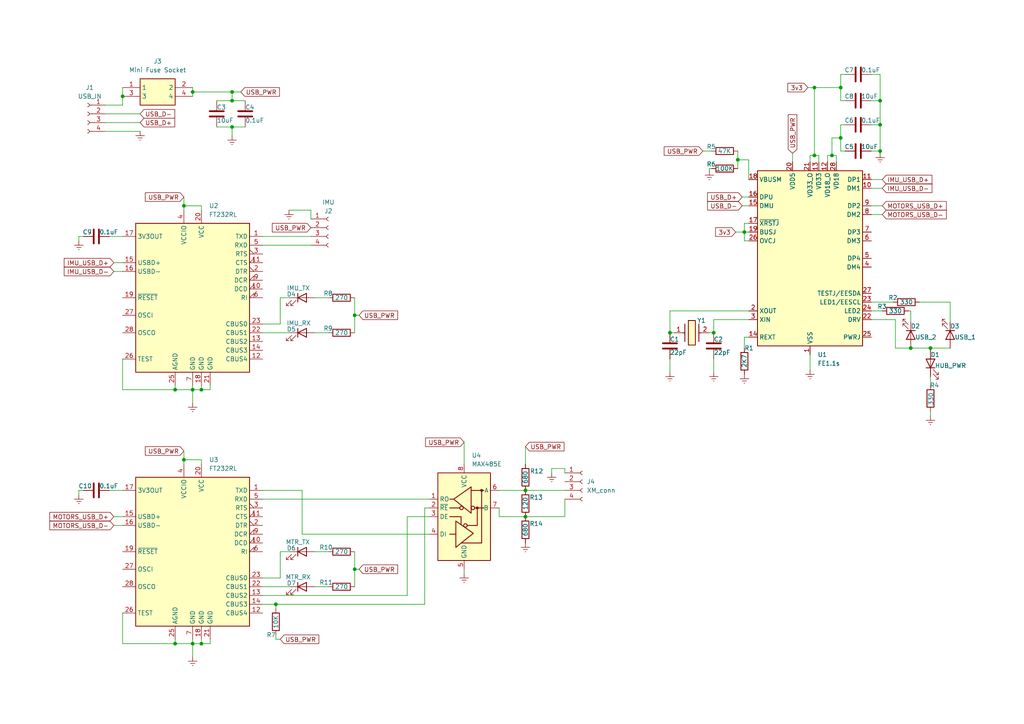
<source format=kicad_sch>
(kicad_sch (version 20231120) (generator "eeschema") (generator_version "8.0")
  (paper "A4")
  (title_block (title "Communication Board for Humanoid Robot"))
  (lib_symbols
    (symbol "Connector:Conn_01x04_Socket" (pin_names (offset 1.016) hide)
      (property "Reference" "J" (at 0 5.08 0))
      (property "Value" "Conn_01x04_Socket" (at 0 -7.62 0))
      (symbol "Conn_01x04_Socket_1_1"
        (arc (start 0 -4.572) (mid -0.5058 -5.08) (end 0 -5.588) (stroke (width 0.1524)))
        (arc (start 0 -2.032) (mid -0.5058 -2.54) (end 0 -3.048) (stroke (width 0.1524)))
        (polyline (pts (xy -1.27 -5.08) (xy -0.508 -5.08)) (stroke (width 0.1524)))
        (polyline (pts (xy -1.27 -2.54) (xy -0.508 -2.54)) (stroke (width 0.1524)))
        (polyline (pts (xy -1.27 0) (xy -0.508 0)) (stroke (width 0.1524)))
        (polyline (pts (xy -1.27 2.54) (xy -0.508 2.54)) (stroke (width 0.1524)))
        (arc (start 0 0.508) (mid -0.5058 0) (end 0 -0.508) (stroke (width 0.1524)))
        (arc (start 0 3.048) (mid -0.5058 2.54) (end 0 2.032) (stroke (width 0.1524)))
        (pin passive line (at -5.08 2.54 0) (length 3.81) (name "Pin_1") (number "1"))
        (pin passive line (at -5.08 0 0) (length 3.81) (name "Pin_2") (number "2"))
        (pin passive line (at -5.08 -2.54 0) (length 3.81) (name "Pin_3") (number "3"))
        (pin passive line (at -5.08 -5.08 0) (length 3.81) (name "Pin_4") (number "4"))
      )
    )
    (symbol "Device:C" (pin_numbers hide) (pin_names (offset 0.254))
      (property "Reference" "C" (at 0.635 2.54 0))
      (property "Value" "C" (at 0.635 -2.54 0))
      (symbol "C_0_1"
        (polyline (pts (xy -2.032 -0.762) (xy 2.032 -0.762)) (stroke (width 0.508)))
        (polyline (pts (xy -2.032 0.762) (xy 2.032 0.762)) (stroke (width 0.508)))
      )
      (symbol "C_1_1"
        (pin passive line (at 0 3.81 270) (length 2.794) (name "~") (number "1"))
        (pin passive line (at 0 -3.81 90) (length 2.794) (name "~") (number "2"))
      )
    )
    (symbol "Device:LED" (pin_numbers hide) (pin_names (offset 1.016) hide)
      (property "Reference" "D" (at 0 2.54 0))
      (property "Value" "LED" (at 0 -2.54 0))
      (symbol "LED_0_1"
        (polyline (pts (xy -1.27 -1.27) (xy -1.27 1.27)) (stroke (width 0.254)))
        (polyline (pts (xy -1.27 0) (xy 1.27 0)))
        (polyline (pts (xy 1.27 -1.27) (xy 1.27 1.27) (xy -1.27 0) (xy 1.27 -1.27)) (stroke (width 0.254)))
        (polyline (pts (xy -3.048 -0.762) (xy -4.572 -2.286) (xy -3.81 -2.286) (xy -4.572 -2.286) (xy -4.572 -1.524)))
        (polyline (pts (xy -1.778 -0.762) (xy -3.302 -2.286) (xy -2.54 -2.286) (xy -3.302 -2.286) (xy -3.302 -1.524)))
      )
      (symbol "LED_1_1"
        (pin passive line (at -3.81 0 0) (length 2.54) (name "K") (number "1"))
        (pin passive line (at 3.81 0 180) (length 2.54) (name "A") (number "2"))
      )
    )
    (symbol "Device:R" (pin_numbers hide) (pin_names (offset 0))
      (property "Reference" "R" (at 2.032 0 90))
      (property "Value" "R" (at 0 0 90))
      (symbol "R_0_1"
        (rectangle (start -1.016 -2.54) (end 1.016 2.54) (stroke (width 0.254)))
      )
      (symbol "R_1_1"
        (pin passive line (at 0 3.81 270) (length 1.27) (name "~") (number "1"))
        (pin passive line (at 0 -3.81 90) (length 1.27) (name "~") (number "2"))
      )
    )
    (symbol "Humanoid:Crystal 12MHz - ECS" (pin_names hide)
      (property "Reference" "Y" (at 8.89 6.35 0))
      (property "Value" "Crystal 12MHz - ECS" (at 8.89 3.81 0))
      (symbol "Crystal 12MHz - ECS_1_1"
        (polyline (pts (xy 3.048 0) (xy 2.54 0)) (stroke (width 0.254)))
        (polyline (pts (xy 3.048 2.54) (xy 3.048 -2.54)) (stroke (width 0.254)))
        (polyline (pts (xy 7.112 0) (xy 7.62 0)) (stroke (width 0.254)))
        (polyline (pts (xy 7.112 2.54) (xy 7.112 -2.54)) (stroke (width 0.254)))
        (rectangle (start 4.064 3.556) (end 6.096 -3.556) (stroke (width 0.254)) (fill (type background)))
        (pin passive line (at 0 0 0) (length 2.54) (name "1") (number "1"))
        (pin passive line (at 10.16 0 180) (length 2.54) (name "2") (number "2"))
      )
    )
    (symbol "Humanoid:Mini_Fuse_Socket"
      (property "Reference" "J" (at 16.51 7.62 0))
      (property "Value" "Mini Fuse Socket" (at 9.652 5.08 0))
      (symbol "Mini_Fuse_Socket_1_1"
        (rectangle (start 5.08 2.54) (end 15.24 -5.08) (stroke (width 0.254)) (fill (type background)))
        (pin passive line (at 0 0 0) (length 5.08) (name "1") (number "1"))
        (pin passive line (at 20.32 0 180) (length 5.08) (name "2") (number "2"))
        (pin passive line (at 0 -2.54 0) (length 5.08) (name "3") (number "3"))
        (pin passive line (at 20.32 -2.54 180) (length 5.08) (name "4") (number "4"))
      )
    )
    (symbol "Humanoid:XM_conn" (pin_names (offset 1.016) hide)
      (property "Reference" "J" (at 0 5.08 0))
      (property "Value" "XM_conn" (at 0 -7.62 0))
      (symbol "XM_conn_1_1"
        (arc (start 0 -4.572) (mid -0.5058 -5.08) (end 0 -5.588) (stroke (width 0.1524)))
        (arc (start 0 -2.032) (mid -0.5058 -2.54) (end 0 -3.048) (stroke (width 0.1524)))
        (polyline (pts (xy -1.27 -5.08) (xy -0.508 -5.08)) (stroke (width 0.1524)))
        (polyline (pts (xy -1.27 -2.54) (xy -0.508 -2.54)) (stroke (width 0.1524)))
        (polyline (pts (xy -1.27 0) (xy -0.508 0)) (stroke (width 0.1524)))
        (polyline (pts (xy -1.27 2.54) (xy -0.508 2.54)) (stroke (width 0.1524)))
        (arc (start 0 0.508) (mid -0.5058 0) (end 0 -0.508) (stroke (width 0.1524)))
        (arc (start 0 3.048) (mid -0.5058 2.54) (end 0 2.032) (stroke (width 0.1524)))
        (pin passive line (at -5.08 2.54 0) (length 3.81) (name "GND") (number "1"))
        (pin passive line (at -5.08 0 0) (length 3.81) (name "VDD") (number "2"))
        (pin passive line (at -5.08 -2.54 0) (length 3.81) (name "D+") (number "3"))
        (pin passive line (at -5.08 -5.08 0) (length 3.81) (name "D-") (number "4"))
      )
    )
    (symbol "Interface_UART:MAX485E"
      (property "Reference" "U" (at -6.985 13.97 0))
      (property "Value" "MAX485E" (at 1.905 13.97 0))
      (symbol "MAX485E_0_1"
        (rectangle (start -7.62 12.7) (end 7.62 -12.7) (stroke (width 0.254)) (fill (type background)))
        (polyline (pts (xy -4.191 2.54) (xy -1.27 2.54)) (stroke (width 0.254)))
        (polyline (pts (xy -2.54 -5.08) (xy -4.191 -5.08)) (stroke (width 0.254)))
        (polyline (pts (xy -0.635 -7.62) (xy 5.08 -7.62)) (stroke (width 0.254)))
        (polyline (pts (xy 0.889 -2.54) (xy 3.81 -2.54)) (stroke (width 0.254)))
        (polyline (pts (xy 2.032 7.62) (xy 5.715 7.62)) (stroke (width 0.254)))
        (polyline (pts (xy 3.048 2.54) (xy 5.715 2.54)) (stroke (width 0.254)))
        (polyline (pts (xy 3.81 -2.54) (xy 3.81 2.54)) (stroke (width 0.254)))
        (polyline (pts (xy 5.08 -7.62) (xy 5.08 7.62)) (stroke (width 0.254)))
        (polyline (pts (xy -4.191 0) (xy -0.889 0) (xy -0.889 -2.286)) (stroke (width 0.254)))
        (polyline (pts (xy -3.175 5.08) (xy -4.191 5.08) (xy -4.064 5.08)) (stroke (width 0.254)))
        (polyline (pts (xy -2.413 -5.08) (xy -2.413 -1.27) (xy 2.667 -4.826) (xy -2.413 -8.89) (xy -2.413 -5.08)) (stroke (width 0.254)))
        (circle (center 0.381 -2.54) (radius 0.508) (stroke (width 0.254)))
        (circle (center 3.81 2.54) (radius 0.2794) (stroke (width 0.254)) (fill (type outline)))
      )
      (symbol "MAX485E_1_1"
        (circle (center -0.762 2.54) (radius 0.508) (stroke (width 0.254)))
        (polyline (pts (xy 2.032 4.826) (xy 2.032 8.636) (xy -3.048 5.08) (xy 2.032 1.016) (xy 2.032 4.826)) (stroke (width 0.254)))
        (circle (center 2.54 2.54) (radius 0.508) (stroke (width 0.254)))
        (circle (center 5.08 7.62) (radius 0.2794) (stroke (width 0.254)) (fill (type outline)))
        (pin output line (at -10.16 5.08 0) (length 2.54) (name "RO") (number "1"))
        (pin input line (at -10.16 2.54 0) (length 2.54) (name "~{RE}") (number "2"))
        (pin input line (at -10.16 0 0) (length 2.54) (name "DE") (number "3"))
        (pin input line (at -10.16 -5.08 0) (length 2.54) (name "DI") (number "4"))
        (pin power_in line (at 0 -15.24 90) (length 2.54) (name "GND") (number "5"))
        (pin bidirectional line (at 10.16 7.62 180) (length 2.54) (name "A") (number "6"))
        (pin bidirectional line (at 10.16 2.54 180) (length 2.54) (name "B") (number "7"))
        (pin power_in line (at 0 15.24 270) (length 2.54) (name "VCC") (number "8"))
      )
    )
    (symbol "Interface_USB:FE1.1s"
      (property "Reference" "U" (at -11.43 26.67 0))
      (property "Value" "FE1.1s" (at 12.7 27.94 0))
      (symbol "FE1.1s_0_1"
        (rectangle (start -15.24 25.4) (end 15.24 -25.4) (stroke (width 0.254)) (fill (type background)))
      )
      (symbol "FE1.1s_1_1"
        (pin power_in line (at 0 -27.94 90) (length 2.54) (name "VSS") (number "1"))
        (pin bidirectional line (at 17.78 20.32 180) (length 2.54) (name "DM1") (number "10"))
        (pin bidirectional line (at 17.78 22.86 180) (length 2.54) (name "DP1") (number "11"))
        (pin power_out line (at 5.08 27.94 270) (length 2.54) (name "VD18_O") (number "12"))
        (pin power_in line (at 2.54 27.94 270) (length 2.54) (name "VD33") (number "13"))
        (pin passive line (at -17.78 -22.86 0) (length 2.54) (name "REXT") (number "14"))
        (pin bidirectional line (at -17.78 15.24 0) (length 2.54) (name "DMU") (number "15"))
        (pin bidirectional line (at -17.78 17.78 0) (length 2.54) (name "DPU") (number "16"))
        (pin input line (at -17.78 10.16 0) (length 2.54) (name "~{XRSTJ}") (number "17"))
        (pin input line (at -17.78 22.86 0) (length 2.54) (name "VBUSM") (number "18"))
        (pin input line (at -17.78 7.62 0) (length 2.54) (name "BUSJ") (number "19"))
        (pin output line (at -17.78 -15.24 0) (length 2.54) (name "XOUT") (number "2"))
        (pin power_in line (at -5.08 27.94 270) (length 2.54) (name "VDD5") (number "20"))
        (pin power_out line (at 0 27.94 270) (length 2.54) (name "VD33_O") (number "21"))
        (pin bidirectional line (at 17.78 -17.78 180) (length 2.54) (name "DRV") (number "22"))
        (pin bidirectional line (at 17.78 -12.7 180) (length 2.54) (name "LED1/EESCL") (number "23"))
        (pin bidirectional line (at 17.78 -15.24 180) (length 2.54) (name "LED2") (number "24"))
        (pin output line (at 17.78 -22.86 180) (length 2.54) (name "PWRJ") (number "25"))
        (pin input line (at -17.78 5.08 0) (length 2.54) (name "OVCJ") (number "26"))
        (pin bidirectional line (at 17.78 -10.16 180) (length 2.54) (name "TESTJ/EESDA") (number "27"))
        (pin power_in line (at 7.62 27.94 270) (length 2.54) (name "VD18") (number "28"))
        (pin input line (at -17.78 -17.78 0) (length 2.54) (name "XIN") (number "3"))
        (pin bidirectional line (at 17.78 -2.54 180) (length 2.54) (name "DM4") (number "4"))
        (pin bidirectional line (at 17.78 0 180) (length 2.54) (name "DP4") (number "5"))
        (pin bidirectional line (at 17.78 5.08 180) (length 2.54) (name "DM3") (number "6"))
        (pin bidirectional line (at 17.78 7.62 180) (length 2.54) (name "DP3") (number "7"))
        (pin bidirectional line (at 17.78 12.7 180) (length 2.54) (name "DM2") (number "8"))
        (pin bidirectional line (at 17.78 15.24 180) (length 2.54) (name "DP2") (number "9"))
      )
    )
    (symbol "Interface_USB:FT232RL"
      (property "Reference" "U" (at -16.51 22.86 0))
      (property "Value" "FT232RL" (at 10.16 22.86 0))
      (symbol "FT232RL_0_1"
        (rectangle (start -16.51 21.59) (end 16.51 -21.59) (stroke (width 0.254)) (fill (type background)))
      )
      (symbol "FT232RL_1_1"
        (pin output line (at 20.32 17.78 180) (length 3.81) (name "TXD") (number "1"))
        (pin input input_low (at 20.32 2.54 180) (length 3.81) (name "DCD") (number "10"))
        (pin input input_low (at 20.32 10.16 180) (length 3.81) (name "CTS") (number "11"))
        (pin bidirectional line (at 20.32 -17.78 180) (length 3.81) (name "CBUS4") (number "12"))
        (pin bidirectional line (at 20.32 -12.7 180) (length 3.81) (name "CBUS2") (number "13"))
        (pin bidirectional line (at 20.32 -15.24 180) (length 3.81) (name "CBUS3") (number "14"))
        (pin bidirectional line (at -20.32 10.16 0) (length 3.81) (name "USBD+") (number "15"))
        (pin bidirectional line (at -20.32 7.62 0) (length 3.81) (name "USBD-") (number "16"))
        (pin power_out line (at -20.32 17.78 0) (length 3.81) (name "3V3OUT") (number "17"))
        (pin power_in line (at 2.54 -25.4 90) (length 3.81) (name "GND") (number "18"))
        (pin input line (at -20.32 0 0) (length 3.81) (name "~{RESET}") (number "19"))
        (pin output output_low (at 20.32 7.62 180) (length 3.81) (name "DTR") (number "2"))
        (pin power_in line (at 2.54 25.4 270) (length 3.81) (name "VCC") (number "20"))
        (pin power_in line (at 5.08 -25.4 90) (length 3.81) (name "GND") (number "21"))
        (pin bidirectional line (at 20.32 -10.16 180) (length 3.81) (name "CBUS1") (number "22"))
        (pin bidirectional line (at 20.32 -7.62 180) (length 3.81) (name "CBUS0") (number "23"))
        (pin power_in line (at -5.08 -25.4 90) (length 3.81) (name "AGND") (number "25"))
        (pin input line (at -20.32 -17.78 0) (length 3.81) (name "TEST") (number "26"))
        (pin input line (at -20.32 -5.08 0) (length 3.81) (name "OSCI") (number "27"))
        (pin output line (at -20.32 -10.16 0) (length 3.81) (name "OSCO") (number "28"))
        (pin output output_low (at 20.32 12.7 180) (length 3.81) (name "RTS") (number "3"))
        (pin power_in line (at -2.54 25.4 270) (length 3.81) (name "VCCIO") (number "4"))
        (pin input line (at 20.32 15.24 180) (length 3.81) (name "RXD") (number "5"))
        (pin input input_low (at 20.32 0 180) (length 3.81) (name "RI") (number "6"))
        (pin power_in line (at 0 -25.4 90) (length 3.81) (name "GND") (number "7"))
        (pin input input_low (at 20.32 5.08 180) (length 3.81) (name "DCR") (number "9"))
      )
    )
    (symbol "power:GNDREF" (power) (pin_names (offset 0))
      (property "Value" "GNDREF" (at 0 -3.81 0))
      (symbol "GNDREF_0_1"
        (polyline (pts (xy -0.635 -1.905) (xy 0.635 -1.905)))
        (polyline (pts (xy -0.127 -2.54) (xy 0.127 -2.54)))
        (polyline (pts (xy 0 -1.27) (xy 0 0)))
        (polyline (pts (xy 1.27 -1.27) (xy -1.27 -1.27)))
      )
      (symbol "GNDREF_1_1"
        (pin power_in line (at 0 0 270) (length 0) hide (name "GNDREF") (number "1"))
      )
    )
  )
  (junction (at 194.31 96.52))
  (junction (at 50.8 186.69))
  (junction (at 269.875 100.965))
  (junction (at 53.34 133.35))
  (junction (at 102.87 165.1))
  (junction (at 58.42 186.69))
  (junction (at 207.01 96.52))
  (junction (at 255.27 43.815))
  (junction (at 55.88 113.03))
  (junction (at 55.88 186.69))
  (junction (at 243.84 25.4))
  (junction (at 35.56 27.94))
  (junction (at 102.87 91.44))
  (junction (at 243.84 40.005))
  (junction (at 236.22 25.4))
  (junction (at 241.3 45.085))
  (junction (at 80.01 175.26))
  (junction (at 255.27 29.21))
  (junction (at 215.9 67.31))
  (junction (at 255.27 36.195))
  (junction (at 55.88 26.67))
  (junction (at 264.16 100.965))
  (junction (at 50.8 113.03))
  (junction (at 213.995 46.355))
  (junction (at 236.22 45.085))
  (junction (at 67.31 36.83))
  (junction (at 67.31 26.67))
  (junction (at 53.34 59.69))
  (junction (at 152.4 149.86))
  (junction (at 58.42 113.03))
  (junction (at 67.31 29.21))
  (junction (at 152.4 142.24))
  (wire (pts (xy 50.8 186.69) (xy 55.88 186.69)))
  (wire (pts (xy 67.31 26.67) (xy 67.31 29.21)))
  (wire (pts (xy 118.11 172.72) (xy 118.11 149.86)))
  (wire (pts (xy 255.27 43.815) (xy 252.73 43.815)))
  (wire (pts (xy 95.25 160.02) (xy 91.44 160.02)))
  (wire (pts (xy 60.96 111.76) (xy 60.96 113.03)))
  (wire (pts (xy 102.87 91.44) (xy 102.87 86.36)))
  (wire (pts (xy 163.83 135.89) (xy 160.02 135.89)))
  (wire (pts (xy 207.01 107.95) (xy 207.01 104.14)))
  (wire (pts (xy 53.34 57.15) (xy 53.34 59.69)))
  (wire (pts (xy 163.83 137.16) (xy 163.83 135.89)))
  (wire (pts (xy 237.49 45.085) (xy 237.49 46.99)))
  (wire (pts (xy 76.2 172.72) (xy 118.11 172.72)))
  (wire (pts (xy 33.02 152.4) (xy 35.56 152.4)))
  (wire (pts (xy 60.96 186.69) (xy 58.42 186.69)))
  (wire (pts (xy 76.2 175.26) (xy 80.01 175.26)))
  (wire (pts (xy 80.01 185.42) (xy 80.01 184.15)))
  (wire (pts (xy 144.78 142.24) (xy 152.4 142.24)))
  (wire (pts (xy 215.9 64.77) (xy 215.9 67.31)))
  (wire (pts (xy 31.75 142.24) (xy 35.56 142.24)))
  (wire (pts (xy 243.84 21.59) (xy 243.84 25.4)))
  (wire (pts (xy 35.56 27.94) (xy 35.56 30.48)))
  (wire (pts (xy 55.88 25.4) (xy 55.88 26.67)))
  (wire (pts (xy 62.865 29.21) (xy 67.31 29.21)))
  (wire (pts (xy 163.83 149.86) (xy 163.83 144.78)))
  (wire (pts (xy 243.84 40.005) (xy 243.84 43.815)))
  (wire (pts (xy 87.63 142.24) (xy 87.63 154.94)))
  (wire (pts (xy 215.265 59.69) (xy 217.17 59.69)))
  (wire (pts (xy 255.905 54.61) (xy 252.73 54.61)))
  (wire (pts (xy 95.25 170.18) (xy 91.44 170.18)))
  (wire (pts (xy 217.17 97.79) (xy 215.9 97.79)))
  (wire (pts (xy 234.315 25.4) (xy 236.22 25.4)))
  (wire (pts (xy 269.875 109.22) (xy 269.875 111.76)))
  (wire (pts (xy 24.13 68.58) (xy 22.86 68.58)))
  (wire (pts (xy 76.2 142.24) (xy 87.63 142.24)))
  (wire (pts (xy 229.87 46.99) (xy 229.87 44.45)))
  (wire (pts (xy 207.01 92.71) (xy 207.01 96.52)))
  (wire (pts (xy 55.88 186.69) (xy 58.42 186.69)))
  (wire (pts (xy 30.48 30.48) (xy 35.56 30.48)))
  (wire (pts (xy 255.27 21.59) (xy 255.27 29.21)))
  (wire (pts (xy 243.84 21.59) (xy 245.11 21.59)))
  (wire (pts (xy 264.16 100.965) (xy 269.875 100.965)))
  (wire (pts (xy 266.7 87.63) (xy 275.59 87.63)))
  (wire (pts (xy 269.875 120.65) (xy 269.875 119.38)))
  (wire (pts (xy 35.56 177.8) (xy 35.56 186.69)))
  (wire (pts (xy 76.2 170.18) (xy 83.82 170.18)))
  (wire (pts (xy 95.25 96.52) (xy 91.44 96.52)))
  (wire (pts (xy 144.78 149.86) (xy 152.4 149.86)))
  (wire (pts (xy 60.96 185.42) (xy 60.96 186.69)))
  (wire (pts (xy 215.9 67.31) (xy 217.17 67.31)))
  (wire (pts (xy 255.27 21.59) (xy 252.73 21.59)))
  (wire (pts (xy 33.02 149.86) (xy 35.56 149.86)))
  (wire (pts (xy 243.84 43.815) (xy 245.11 43.815)))
  (wire (pts (xy 205.74 48.895) (xy 206.375 48.895)))
  (wire (pts (xy 53.34 130.81) (xy 53.34 133.35)))
  (wire (pts (xy 243.84 25.4) (xy 243.84 29.21)))
  (wire (pts (xy 69.85 26.67) (xy 67.31 26.67)))
  (wire (pts (xy 55.88 186.69) (xy 55.88 190.5)))
  (wire (pts (xy 22.86 142.24) (xy 22.86 143.51)))
  (wire (pts (xy 35.56 104.14) (xy 35.56 113.03)))
  (wire (pts (xy 240.03 45.085) (xy 241.3 45.085)))
  (wire (pts (xy 255.27 36.195) (xy 255.27 43.815)))
  (wire (pts (xy 95.25 86.36) (xy 91.44 86.36)))
  (wire (pts (xy 50.8 185.42) (xy 50.8 186.69)))
  (wire (pts (xy 241.3 45.085) (xy 242.57 45.085)))
  (wire (pts (xy 152.4 142.24) (xy 163.83 142.24)))
  (wire (pts (xy 243.84 36.195) (xy 243.84 40.005)))
  (wire (pts (xy 33.02 76.2) (xy 35.56 76.2)))
  (wire (pts (xy 58.42 111.76) (xy 58.42 113.03)))
  (wire (pts (xy 275.59 87.63) (xy 275.59 93.345)))
  (wire (pts (xy 255.27 44.45) (xy 255.27 43.815)))
  (wire (pts (xy 67.31 36.83) (xy 71.12 36.83)))
  (wire (pts (xy 134.62 128.27) (xy 134.62 134.62)))
  (wire (pts (xy 242.57 45.085) (xy 242.57 46.99)))
  (wire (pts (xy 234.95 45.085) (xy 236.22 45.085)))
  (wire (pts (xy 264.16 90.17) (xy 263.525 90.17)))
  (wire (pts (xy 259.715 100.965) (xy 264.16 100.965)))
  (wire (pts (xy 55.88 113.03) (xy 55.88 116.84)))
  (wire (pts (xy 234.95 102.87) (xy 234.95 107.315)))
  (wire (pts (xy 123.19 175.26) (xy 123.19 147.32)))
  (wire (pts (xy 217.17 46.355) (xy 217.17 52.07)))
  (wire (pts (xy 215.9 67.31) (xy 215.9 69.85)))
  (wire (pts (xy 58.42 59.69) (xy 53.34 59.69)))
  (wire (pts (xy 252.73 62.23) (xy 255.905 62.23)))
  (wire (pts (xy 213.36 67.31) (xy 215.9 67.31)))
  (wire (pts (xy 58.42 185.42) (xy 58.42 186.69)))
  (wire (pts (xy 194.31 90.17) (xy 217.17 90.17)))
  (wire (pts (xy 83.82 160.02) (xy 81.28 160.02)))
  (wire (pts (xy 252.73 59.69) (xy 255.905 59.69)))
  (wire (pts (xy 90.17 60.96) (xy 83.82 60.96)))
  (wire (pts (xy 194.31 90.17) (xy 194.31 96.52)))
  (wire (pts (xy 55.88 186.69) (xy 55.88 185.42)))
  (wire (pts (xy 236.22 25.4) (xy 243.84 25.4)))
  (wire (pts (xy 203.835 43.815) (xy 206.375 43.815)))
  (wire (pts (xy 144.78 149.86) (xy 144.78 147.32)))
  (wire (pts (xy 40.64 35.56) (xy 30.48 35.56)))
  (wire (pts (xy 118.11 149.86) (xy 124.46 149.86)))
  (wire (pts (xy 35.56 25.4) (xy 35.56 27.94)))
  (wire (pts (xy 215.9 69.85) (xy 217.17 69.85)))
  (wire (pts (xy 55.88 113.03) (xy 55.88 111.76)))
  (wire (pts (xy 123.19 147.32) (xy 124.46 147.32)))
  (wire (pts (xy 215.265 57.15) (xy 217.17 57.15)))
  (wire (pts (xy 252.73 92.71) (xy 259.715 92.71)))
  (wire (pts (xy 58.42 60.96) (xy 58.42 59.69)))
  (wire (pts (xy 207.01 96.52) (xy 205.74 96.52)))
  (wire (pts (xy 160.02 135.89) (xy 160.02 137.16)))
  (wire (pts (xy 205.74 49.53) (xy 205.74 48.895)))
  (wire (pts (xy 81.28 93.98) (xy 76.2 93.98)))
  (wire (pts (xy 213.995 46.355) (xy 217.17 46.355)))
  (wire (pts (xy 53.34 59.69) (xy 53.34 60.96)))
  (wire (pts (xy 102.87 165.1) (xy 102.87 170.18)))
  (wire (pts (xy 236.22 45.085) (xy 237.49 45.085)))
  (wire (pts (xy 76.2 144.78) (xy 124.46 144.78)))
  (wire (pts (xy 152.4 129.54) (xy 152.4 134.62)))
  (wire (pts (xy 255.905 90.17) (xy 252.73 90.17)))
  (wire (pts (xy 24.13 142.24) (xy 22.86 142.24)))
  (wire (pts (xy 80.01 176.53) (xy 80.01 175.26)))
  (wire (pts (xy 81.28 160.02) (xy 81.28 167.64)))
  (wire (pts (xy 67.31 29.21) (xy 71.12 29.21)))
  (wire (pts (xy 213.995 46.355) (xy 213.995 43.815)))
  (wire (pts (xy 76.2 96.52) (xy 83.82 96.52)))
  (wire (pts (xy 55.88 26.67) (xy 55.88 27.94)))
  (wire (pts (xy 243.84 29.21) (xy 245.11 29.21)))
  (wire (pts (xy 264.16 93.345) (xy 264.16 90.17)))
  (wire (pts (xy 62.865 36.83) (xy 67.31 36.83)))
  (wire (pts (xy 152.4 149.86) (xy 163.83 149.86)))
  (wire (pts (xy 213.995 48.895) (xy 213.995 46.355)))
  (wire (pts (xy 243.84 36.195) (xy 245.11 36.195)))
  (wire (pts (xy 83.82 86.36) (xy 81.28 86.36)))
  (wire (pts (xy 102.87 165.1) (xy 102.87 160.02)))
  (wire (pts (xy 58.42 134.62) (xy 58.42 133.35)))
  (wire (pts (xy 76.2 68.58) (xy 90.17 68.58)))
  (wire (pts (xy 194.31 96.52) (xy 195.58 96.52)))
  (wire (pts (xy 55.88 113.03) (xy 58.42 113.03)))
  (wire (pts (xy 58.42 133.35) (xy 53.34 133.35)))
  (wire (pts (xy 60.96 113.03) (xy 58.42 113.03)))
  (wire (pts (xy 255.27 29.21) (xy 252.73 29.21)))
  (wire (pts (xy 50.8 113.03) (xy 55.88 113.03)))
  (wire (pts (xy 234.95 46.99) (xy 234.95 45.085)))
  (wire (pts (xy 55.88 26.67) (xy 67.31 26.67)))
  (wire (pts (xy 217.17 64.77) (xy 215.9 64.77)))
  (wire (pts (xy 40.64 38.1) (xy 30.48 38.1)))
  (wire (pts (xy 259.715 92.71) (xy 259.715 100.965)))
  (wire (pts (xy 241.3 45.085) (xy 241.3 40.005)))
  (wire (pts (xy 35.56 113.03) (xy 50.8 113.03)))
  (wire (pts (xy 80.01 175.26) (xy 123.19 175.26)))
  (wire (pts (xy 76.2 71.12) (xy 90.17 71.12)))
  (wire (pts (xy 22.86 68.58) (xy 22.86 69.85)))
  (wire (pts (xy 104.14 91.44) (xy 102.87 91.44)))
  (wire (pts (xy 207.01 92.71) (xy 217.17 92.71)))
  (wire (pts (xy 81.28 185.42) (xy 80.01 185.42)))
  (wire (pts (xy 67.31 39.37) (xy 67.31 36.83)))
  (wire (pts (xy 35.56 186.69) (xy 50.8 186.69)))
  (wire (pts (xy 40.64 33.02) (xy 30.48 33.02)))
  (wire (pts (xy 241.3 40.005) (xy 243.84 40.005)))
  (wire (pts (xy 53.34 133.35) (xy 53.34 134.62)))
  (wire (pts (xy 255.27 29.21) (xy 255.27 36.195)))
  (wire (pts (xy 215.9 97.79) (xy 215.9 100.965)))
  (wire (pts (xy 194.31 107.95) (xy 194.31 104.14)))
  (wire (pts (xy 104.14 165.1) (xy 102.87 165.1)))
  (wire (pts (xy 236.22 25.4) (xy 236.22 45.085)))
  (wire (pts (xy 81.28 86.36) (xy 81.28 93.98)))
  (wire (pts (xy 50.8 111.76) (xy 50.8 113.03)))
  (wire (pts (xy 269.875 100.965) (xy 269.875 101.6)))
  (wire (pts (xy 33.02 78.74) (xy 35.56 78.74)))
  (wire (pts (xy 87.63 154.94) (xy 124.46 154.94)))
  (wire (pts (xy 255.27 36.195) (xy 252.73 36.195)))
  (wire (pts (xy 255.905 52.07) (xy 252.73 52.07)))
  (wire (pts (xy 90.17 60.96) (xy 90.17 63.5)))
  (wire (pts (xy 134.62 165.1) (xy 134.62 166.37)))
  (wire (pts (xy 31.75 68.58) (xy 35.56 68.58)))
  (wire (pts (xy 240.03 46.99) (xy 240.03 45.085)))
  (wire (pts (xy 81.28 167.64) (xy 76.2 167.64)))
  (wire (pts (xy 102.87 91.44) (xy 102.87 96.52)))
  (wire (pts (xy 269.875 100.965) (xy 275.59 100.965)))
  (wire (pts (xy 259.08 87.63) (xy 252.73 87.63)))
  (global_label "3v3" (shape input) (at 234.315 25.4 180) (property "Intersheetrefs" "${INTERSHEET_REFS}" (effects (hide yes))))
  (global_label "USB_PWR" (shape input) (at 229.87 44.45 90) (property "Intersheetrefs" "${INTERSHEET_REFS}" (effects (hide yes))))
  (global_label "USB_PWR" (shape input) (at 81.28 185.42 0) (property "Intersheetrefs" "${INTERSHEET_REFS}" (effects (hide yes))))
  (global_label "USB_PWR" (shape input) (at 104.14 165.1 0) (property "Intersheetrefs" "${INTERSHEET_REFS}" (effects (hide yes))))
  (global_label "USB_PWR" (shape input) (at 53.34 57.15 180) (property "Intersheetrefs" "${INTERSHEET_REFS}" (effects (hide yes))))
  (global_label "IMU_USB_D+" (shape input) (at 255.905 52.07 0) (property "Intersheetrefs" "${INTERSHEET_REFS}" (effects (hide yes))))
  (global_label "USB_PWR" (shape input) (at 53.34 130.81 180) (property "Intersheetrefs" "${INTERSHEET_REFS}" (effects (hide yes))))
  (global_label "USB_PWR" (shape input) (at 90.17 66.04 180) (property "Intersheetrefs" "${INTERSHEET_REFS}" (effects (hide yes))))
  (global_label "IMU_USB_D-" (shape input) (at 33.02 78.74 180) (property "Intersheetrefs" "${INTERSHEET_REFS}" (effects (hide yes))))
  (global_label "MOTORS_USB_D-" (shape input) (at 33.02 152.4 180) (property "Intersheetrefs" "${INTERSHEET_REFS}" (effects (hide yes))))
  (global_label "USB_D+" (shape input) (at 215.265 57.15 180) (property "Intersheetrefs" "${INTERSHEET_REFS}" (effects (hide yes))))
  (global_label "MOTORS_USB_D+" (shape input) (at 33.02 149.86 180) (property "Intersheetrefs" "${INTERSHEET_REFS}" (effects (hide yes))))
  (global_label "IMU_USB_D+" (shape input) (at 33.02 76.2 180) (property "Intersheetrefs" "${INTERSHEET_REFS}" (effects (hide yes))))
  (global_label "USB_D-" (shape input) (at 215.265 59.69 180) (property "Intersheetrefs" "${INTERSHEET_REFS}" (effects (hide yes))))
  (global_label "USB_PWR" (shape input) (at 69.85 26.67 0) (property "Intersheetrefs" "${INTERSHEET_REFS}" (effects (hide yes))))
  (global_label "USB_PWR" (shape input) (at 134.62 128.27 180) (property "Intersheetrefs" "${INTERSHEET_REFS}" (effects (hide yes))))
  (global_label "IMU_USB_D-" (shape input) (at 255.905 54.61 0) (property "Intersheetrefs" "${INTERSHEET_REFS}" (effects (hide yes))))
  (global_label "USB_PWR" (shape input) (at 152.4 129.54 0) (property "Intersheetrefs" "${INTERSHEET_REFS}" (effects (hide yes))))
  (global_label "3v3" (shape input) (at 213.36 67.31 180) (property "Intersheetrefs" "${INTERSHEET_REFS}" (effects (hide yes))))
  (global_label "USB_PWR" (shape input) (at 104.14 91.44 0) (property "Intersheetrefs" "${INTERSHEET_REFS}" (effects (hide yes))))
  (global_label "USB_D-" (shape input) (at 40.64 33.02 0) (property "Intersheetrefs" "${INTERSHEET_REFS}" (effects (hide yes))))
  (global_label "USB_D+" (shape input) (at 40.64 35.56 0) (property "Intersheetrefs" "${INTERSHEET_REFS}" (effects (hide yes))))
  (global_label "MOTORS_USB_D-" (shape input) (at 255.905 62.23 0) (property "Intersheetrefs" "${INTERSHEET_REFS}" (effects (hide yes))))
  (global_label "USB_PWR" (shape input) (at 203.835 43.815 180) (property "Intersheetrefs" "${INTERSHEET_REFS}" (effects (hide yes))))
  (global_label "MOTORS_USB_D+" (shape input) (at 255.905 59.69 0) (property "Intersheetrefs" "${INTERSHEET_REFS}" (effects (hide yes))))
  (symbol (lib_id "power:GNDREF") (at 269.875 120.65 0) (unit 1)
    (property "Reference" "#PWR04" (effects (hide yes)))
    (property "Value" "GNDREF" (effects (hide yes)))
  )
  (symbol (lib_id "power:GNDREF") (at 83.82 60.96 0) (unit 1)
    (property "Reference" "#PWR012" (effects (hide yes)))
    (property "Value" "GNDREF" (effects (hide yes)))
  )
  (symbol (lib_id "Device:R") (at 210.185 48.895 90) (unit 1)
    (property "Reference" "R6" (at 207.645 47.625 90) (effects (justify left)))
    (property "Value" "100K" (at 212.725 48.895 90) (effects (justify left)))
    (property "Footprint" "Resistor_SMD:R_1206_3216Metric" (effects (hide yes)))
  )
  (symbol (lib_id "power:GNDREF") (at 234.95 107.315 0) (unit 1)
    (property "Reference" "#PWR06" (effects (hide yes)))
    (property "Value" "GNDREF" (effects (hide yes)))
  )
  (symbol (lib_id "Device:C") (at 248.92 36.195 90) (unit 1)
    (property "Reference" "C6" (at 247.65 34.925 90) (effects (justify left)))
    (property "Value" "0.1uF" (at 255.27 34.925 90) (effects (justify left)))
    (property "Footprint" "Capacitor_SMD:C_1206_3216Metric" (effects (hide yes)))
  )
  (symbol (lib_id "Humanoid:Crystal 12MHz - ECS") (at 195.58 96.52 0) (unit 1)
    (property "Reference" "Y1" (at 203.454 92.964 0))
    (property "Value" "Crystal 12MHz - ECS" (effects (hide yes)))
    (property "Footprint" "Humanoid:Crystal 12MHz - ECS" (effects (hide yes)))
    (property "Datasheet" "https://ecsxtal.com/store/pdf/csm-7x.pdf" (effects (hide yes)))
    (property "Description" "Crystals 12.000 MHz 18 pF CSM-7X +/-30/30 ppm -20 - +70C RoHS" (effects (hide yes)))
    (property "Height" "4.3" (effects (hide yes)))
    (property "Mouser Part Number" "520-120-18-5PX-GM-TR" (effects (hide yes)))
    (property "Mouser Price/Stock" "https://www.mouser.co.uk/ProductDetail/ECS/ECS-120-18-5PX-GM-TR?qs=amGC7iS6iy%2FeOmvAdhyMAA%3D%3D" (effects (hide yes)))
    (property "Manufacturer_Name" "ECS" (effects (hide yes)))
    (property "Manufacturer_Part_Number" "ECS-120-18-5PX-GM-TR" (effects (hide yes)))
  )
  (symbol (lib_id "Device:C") (at 27.94 68.58 90) (unit 1)
    (property "Reference" "C9" (at 26.67 67.31 90) (effects (justify left)))
    (property "Value" "0.1uF" (at 34.29 67.31 90) (effects (justify left)))
    (property "Footprint" "Capacitor_SMD:C_1206_3216Metric" (effects (hide yes)))
  )
  (symbol (lib_id "Device:LED") (at 87.63 170.18 0) (unit 1)
    (property "Reference" "D7" (at 85.852 169.164 0) (effects (justify right)))
    (property "Value" "MTR_RX" (at 90.17 167.386 0) (effects (justify right)))
    (property "Footprint" "LED_SMD:LED_1206_3216Metric_Pad1.42x1.75mm_HandSolder" (effects (hide yes)))
  )
  (symbol (lib_id "Device:LED") (at 264.16 97.155 270) (unit 1)
    (property "Reference" "D2" (at 264.16 94.615 90) (effects (justify left)))
    (property "Value" "USB_2" (at 265.43 97.79 90) (effects (justify left)))
    (property "Footprint" "LED_SMD:LED_1206_3216Metric_Pad1.42x1.75mm_HandSolder" (effects (hide yes)))
  )
  (symbol (lib_id "Device:R") (at 99.06 86.36 90) (unit 1)
    (property "Reference" "R8" (at 96.52 85.09 90) (effects (justify left)))
    (property "Value" "270" (at 99.06 86.36 90))
    (property "Footprint" "Resistor_SMD:R_1206_3216Metric" (effects (hide yes)))
  )
  (symbol (lib_id "Interface_USB:FT232RL") (at 55.88 160.02 0) (unit 1)
    (property "Reference" "U3" (at 60.6141 133.35 0) (effects (justify left)))
    (property "Value" "FT232RL" (at 60.6141 135.89 0) (effects (justify left)))
    (property "Footprint" "Package_SO:SSOP-28_5.3x10.2mm_P0.65mm" (effects (hide yes)))
    (property "Datasheet" "https://www.ftdichip.com/Support/Documents/DataSheets/ICs/DS_FT232R.pdf" (effects (hide yes)))
    (property "Description" "USB to Serial Interface, SSOP-28" (effects (hide yes)))
  )
  (symbol (lib_id "Device:C") (at 207.01 100.33 0) (unit 1)
    (property "Reference" "C2" (at 207.01 98.425 0) (effects (justify left)))
    (property "Value" "22pF" (at 207.01 102.235 0) (effects (justify left)))
    (property "Footprint" "Capacitor_SMD:C_1206_3216Metric" (effects (hide yes)))
  )
  (symbol (lib_id "power:GNDREF") (at 160.02 137.16 0) (unit 1)
    (property "Reference" "#PWR016" (effects (hide yes)))
    (property "Value" "GNDREF" (effects (hide yes)))
  )
  (symbol (lib_id "Device:R") (at 210.185 43.815 90) (unit 1)
    (property "Reference" "R5" (at 207.645 42.545 90) (effects (justify left)))
    (property "Value" "47K" (at 212.09 43.815 90) (effects (justify left)))
    (property "Footprint" "Resistor_SMD:R_1206_3216Metric" (effects (hide yes)))
  )
  (symbol (lib_id "power:GNDREF") (at 22.86 143.51 0) (unit 1)
    (property "Reference" "#PWR013" (effects (hide yes)))
    (property "Value" "GNDREF" (effects (hide yes)))
  )
  (symbol (lib_id "power:GNDREF") (at 207.01 107.95 0) (unit 1)
    (property "Reference" "#PWR02" (effects (hide yes)))
    (property "Value" "GNDREF" (effects (hide yes)))
  )
  (symbol (lib_id "power:GNDREF") (at 255.27 44.45 0) (unit 1)
    (property "Reference" "#PWR09" (effects (hide yes)))
    (property "Value" "GNDREF" (effects (hide yes)))
  )
  (symbol (lib_id "Device:R") (at 152.4 138.43 0) (unit 1)
    (property "Reference" "R12" (at 153.67 136.652 0) (effects (justify left)))
    (property "Value" "680" (at 152.4 138.43 90))
    (property "Footprint" "Resistor_SMD:R_1206_3216Metric" (effects (hide yes)))
  )
  (symbol (lib_id "Device:C") (at 62.865 33.02 0) (unit 1)
    (property "Reference" "C3" (at 62.865 31.115 0) (effects (justify left)))
    (property "Value" "10uF" (at 62.865 34.925 0) (effects (justify left)))
    (property "Footprint" "Capacitor_SMD:C_1206_3216Metric" (effects (hide yes)))
  )
  (symbol (lib_id "power:GNDREF") (at 215.9 108.585 0) (unit 1)
    (property "Reference" "#PWR01" (effects (hide yes)))
    (property "Value" "GNDREF" (effects (hide yes)))
  )
  (symbol (lib_id "Device:R") (at 262.89 87.63 90) (unit 1)
    (property "Reference" "R2" (at 260.35 86.36 90) (effects (justify left)))
    (property "Value" "330" (at 262.89 87.63 90))
    (property "Footprint" "Resistor_SMD:R_1206_3216Metric" (effects (hide yes)))
  )
  (symbol (lib_id "power:GNDREF") (at 205.74 49.53 0) (unit 1)
    (property "Reference" "#PWR08" (effects (hide yes)))
    (property "Value" "GNDREF" (effects (hide yes)))
  )
  (symbol (lib_id "Interface_UART:MAX485E") (at 134.62 149.86 0) (unit 1)
    (property "Reference" "U4" (at 136.8141 132.08 0) (effects (justify left)))
    (property "Value" "MAX485E" (at 136.8141 134.62 0) (effects (justify left)))
    (property "Footprint" "Package_SO:SOIC-8_3.9x4.9mm_P1.27mm" (effects (hide yes)))
    (property "Datasheet" "https://datasheets.maximintegrated.com/en/ds/MAX1487E-MAX491E.pdf" (effects (hide yes)))
    (property "Description" "Half duplex RS-485/RS-422, 2.5 Mbps, ±15kV electro-static discharge (ESD) protection, no slew-rate, no low-power shutdown, with receiver/driver enable, 32 receiver drive capability, DIP-8 and SOIC-8" (effects (hide yes)))
  )
  (symbol (lib_id "Device:R") (at 99.06 96.52 90) (unit 1)
    (property "Reference" "R9" (at 96.52 95.25 90) (effects (justify left)))
    (property "Value" "270" (at 99.06 96.52 90))
    (property "Footprint" "Resistor_SMD:R_1206_3216Metric" (effects (hide yes)))
  )
  (symbol (lib_id "power:GNDREF") (at 194.31 107.95 0) (unit 1)
    (property "Reference" "#PWR03" (effects (hide yes)))
    (property "Value" "GNDREF" (effects (hide yes)))
  )
  (symbol (lib_id "Interface_USB:FT232RL") (at 55.88 86.36 0) (unit 1)
    (property "Reference" "U2" (at 60.6141 59.69 0) (effects (justify left)))
    (property "Value" "FT232RL" (at 60.6141 62.23 0) (effects (justify left)))
    (property "Footprint" "Package_SO:SSOP-28_5.3x10.2mm_P0.65mm" (effects (hide yes)))
    (property "Datasheet" "https://www.ftdichip.com/Support/Documents/DataSheets/ICs/DS_FT232R.pdf" (effects (hide yes)))
    (property "Description" "USB to Serial Interface, SSOP-28" (effects (hide yes)))
  )
  (symbol (lib_id "Interface_USB:FE1.1s") (at 234.95 74.93 0) (unit 1)
    (property "Reference" "U1" (at 237.1441 102.87 0) (effects (justify left)))
    (property "Value" "FE1.1s" (at 237.1441 105.41 0) (effects (justify left)))
    (property "Footprint" "Package_SO:SSOP-28_3.9x9.9mm_P0.635mm" (effects (hide yes)))
    (property "Datasheet" "https://cdn-shop.adafruit.com/product-files/2991/FE1.1s+Data+Sheet+(Rev.+1.0).pdf" (effects (hide yes)))
  )
  (symbol (lib_id "Device:C") (at 248.92 29.21 90) (unit 1)
    (property "Reference" "C8" (at 247.65 27.94 90) (effects (justify left)))
    (property "Value" "10uF" (at 254.635 27.94 90) (effects (justify left)))
    (property "Footprint" "Capacitor_SMD:C_1206_3216Metric" (effects (hide yes)))
  )
  (symbol (lib_id "power:GNDREF") (at 134.62 166.37 0) (unit 1)
    (property "Reference" "#PWR015" (effects (hide yes)))
    (property "Value" "GNDREF" (effects (hide yes)))
  )
  (symbol (lib_id "Device:C") (at 27.94 142.24 90) (unit 1)
    (property "Reference" "C10" (at 26.67 140.97 90) (effects (justify left)))
    (property "Value" "0.1uF" (at 34.29 140.97 90) (effects (justify left)))
    (property "Footprint" "Capacitor_SMD:C_1206_3216Metric" (effects (hide yes)))
  )
  (symbol (lib_id "Device:LED") (at 87.63 96.52 0) (unit 1)
    (property "Reference" "D5" (at 85.852 95.504 0) (effects (justify right)))
    (property "Value" "IMU_RX" (at 90.17 93.726 0) (effects (justify right)))
    (property "Footprint" "LED_SMD:LED_1206_3216Metric_Pad1.42x1.75mm_HandSolder" (effects (hide yes)))
  )
  (symbol (lib_id "Humanoid:XM_conn") (at 168.91 139.7 0) (unit 1)
    (property "Reference" "J4" (at 170.18 139.6999 0) (effects (justify left)))
    (property "Value" "XM_conn" (at 170.18 142.2399 0) (effects (justify left)))
    (property "Footprint" "Humanoid:XM_conn_vertical-B4B-EH-A" (effects (hide yes)))
    (property "Description" "Generic connector, single row, 01x04, script generated" (effects (hide yes)))
  )
  (symbol (lib_id "Device:LED") (at 269.875 105.41 90) (unit 1)
    (property "Reference" "D1" (at 269.875 102.87 90) (effects (justify right)))
    (property "Value" "HUB_PWR" (at 271.145 106.045 90) (effects (justify right)))
    (property "Footprint" "LED_SMD:LED_1206_3216Metric_Pad1.42x1.75mm_HandSolder" (effects (hide yes)))
  )
  (symbol (lib_id "Connector:Conn_01x04_Socket") (at 25.4 33.02 0) (mirror y) (unit 1)
    (property "Reference" "J1" (at 26.035 25.4 0))
    (property "Value" "USB_IN" (at 26.035 27.94 0))
    (property "Footprint" "Connector_PinHeader_2.54mm:PinHeader_1x04_P2.54mm_Vertical" (effects (hide yes)))
  )
  (symbol (lib_id "Device:R") (at 215.9 104.775 0) (unit 1)
    (property "Reference" "R1" (at 215.9 100.965 0) (effects (justify left)))
    (property "Value" "2K7" (at 215.9 106.68 90) (effects (justify left)))
    (property "Footprint" "Resistor_SMD:R_1206_3216Metric" (effects (hide yes)))
  )
  (symbol (lib_id "Device:R") (at 152.4 153.67 180) (unit 1)
    (property "Reference" "R14" (at 157.48 151.892 0) (effects (justify left)))
    (property "Value" "680" (at 152.4 153.67 90))
    (property "Footprint" "Resistor_SMD:R_1206_3216Metric" (effects (hide yes)))
  )
  (symbol (lib_id "Device:C") (at 248.92 43.815 90) (unit 1)
    (property "Reference" "C5" (at 247.65 42.545 90) (effects (justify left)))
    (property "Value" "10uF" (at 254.635 42.545 90) (effects (justify left)))
    (property "Footprint" "Capacitor_SMD:C_1206_3216Metric" (effects (hide yes)))
  )
  (symbol (lib_id "Device:R") (at 259.715 90.17 90) (unit 1)
    (property "Reference" "R3" (at 257.175 88.9 90) (effects (justify left)))
    (property "Value" "330" (at 261.62 90.17 90) (effects (justify left)))
    (property "Footprint" "Resistor_SMD:R_1206_3216Metric" (effects (hide yes)))
  )
  (symbol (lib_id "power:GNDREF") (at 55.88 116.84 0) (unit 1)
    (property "Reference" "#PWR011" (effects (hide yes)))
    (property "Value" "GNDREF" (effects (hide yes)))
  )
  (symbol (lib_id "power:GNDREF") (at 55.88 190.5 0) (unit 1)
    (property "Reference" "#PWR014" (effects (hide yes)))
    (property "Value" "GNDREF" (effects (hide yes)))
  )
  (symbol (lib_id "Device:R") (at 80.01 180.34 180) (unit 1)
    (property "Reference" "R7" (at 80.01 184.15 0) (effects (justify left)))
    (property "Value" "10K" (at 80.01 178.435 90) (effects (justify left)))
    (property "Footprint" "Resistor_SMD:R_1206_3216Metric" (effects (hide yes)))
  )
  (symbol (lib_id "Connector:Conn_01x04_Socket") (at 95.25 66.04 0) (unit 1)
    (property "Reference" "J2" (at 95.25 61.214 0))
    (property "Value" "IMU" (at 95.25 58.674 0))
    (property "Footprint" "Connector_PinHeader_2.54mm:PinHeader_1x04_P2.54mm_Vertical" (effects (hide yes)))
  )
  (symbol (lib_id "Device:C") (at 248.92 21.59 90) (unit 1)
    (property "Reference" "C7" (at 247.65 20.32 90) (effects (justify left)))
    (property "Value" "0.1uF" (at 255.27 20.32 90) (effects (justify left)))
    (property "Footprint" "Capacitor_SMD:C_1206_3216Metric" (effects (hide yes)))
  )
  (symbol (lib_id "Device:R") (at 99.06 160.02 90) (unit 1)
    (property "Reference" "R10" (at 96.52 158.75 90) (effects (justify left)))
    (property "Value" "270" (at 99.06 160.02 90))
    (property "Footprint" "Resistor_SMD:R_1206_3216Metric" (effects (hide yes)))
  )
  (symbol (lib_id "Device:LED") (at 87.63 160.02 0) (unit 1)
    (property "Reference" "D6" (at 85.852 159.004 0) (effects (justify right)))
    (property "Value" "MTR_TX" (at 89.916 157.226 0) (effects (justify right)))
    (property "Footprint" "LED_SMD:LED_1206_3216Metric_Pad1.42x1.75mm_HandSolder" (effects (hide yes)))
  )
  (symbol (lib_id "Humanoid:Mini_Fuse_Socket") (at 35.56 25.4 0) (unit 1)
    (property "Reference" "J3" (at 45.72 17.78 0))
    (property "Value" "Mini Fuse Socket" (at 45.72 20.32 0))
    (property "Footprint" "Humanoid:Mini Fuse Socket" (effects (hide yes)))
    (property "Datasheet" "http://www.keyelco.com/product-pdf.cfm?p=296" (effects (hide yes)))
    (property "Description" "THM 2 in 1 Auto Blade Holder P/N 3557-2" (effects (hide yes)))
    (property "Mouser Part Number" "534-3557-2" (effects (hide yes)))
    (property "Mouser Price/Stock" "https://www.mouser.co.uk/ProductDetail/Keystone-Electronics/3557-2?qs=cxy41lVAGV%2FfbyASjpXK1g%3D%3D" (effects (hide yes)))
    (property "Manufacturer_Name" "Keystone Electronics" (effects (hide yes)))
    (property "Manufacturer_Part_Number" "3557-2" (effects (hide yes)))
  )
  (symbol (lib_id "Device:R") (at 269.875 115.57 180) (unit 1)
    (property "Reference" "R4" (at 272.415 111.76 0) (effects (justify left)))
    (property "Value" "330" (at 270.002 113.792 90) (effects (justify left)))
    (property "Footprint" "Resistor_SMD:R_1206_3216Metric" (effects (hide yes)))
  )
  (symbol (lib_id "Device:C") (at 194.31 100.33 0) (unit 1)
    (property "Reference" "C1" (at 194.31 98.425 0) (effects (justify left)))
    (property "Value" "22pF" (at 194.31 102.235 0) (effects (justify left)))
    (property "Footprint" "Capacitor_SMD:C_1206_3216Metric" (effects (hide yes)))
  )
  (symbol (lib_id "Device:R") (at 99.06 170.18 90) (unit 1)
    (property "Reference" "R11" (at 96.52 168.91 90) (effects (justify left)))
    (property "Value" "270" (at 99.06 170.18 90))
    (property "Footprint" "Resistor_SMD:R_1206_3216Metric" (effects (hide yes)))
  )
  (symbol (lib_id "power:GNDREF") (at 22.86 69.85 0) (unit 1)
    (property "Reference" "#PWR010" (effects (hide yes)))
    (property "Value" "GNDREF" (effects (hide yes)))
  )
  (symbol (lib_id "power:GNDREF") (at 40.64 38.1 0) (unit 1)
    (property "Reference" "#PWR05" (effects (hide yes)))
    (property "Value" "GNDREF" (effects (hide yes)))
  )
  (symbol (lib_id "power:GNDREF") (at 67.31 39.37 0) (unit 1)
    (property "Reference" "#PWR07" (effects (hide yes)))
    (property "Value" "GNDREF" (effects (hide yes)))
  )
  (symbol (lib_id "Device:C") (at 71.12 33.02 0) (unit 1)
    (property "Reference" "C4" (at 71.12 31.115 0) (effects (justify left)))
    (property "Value" "0.1uF" (at 71.12 34.925 0) (effects (justify left)))
    (property "Footprint" "Capacitor_SMD:C_1206_3216Metric" (effects (hide yes)))
  )
  (symbol (lib_id "power:GNDREF") (at 152.4 157.48 0) (unit 1)
    (property "Reference" "#PWR017" (effects (hide yes)))
    (property "Value" "GNDREF" (effects (hide yes)))
  )
  (symbol (lib_id "Device:R") (at 152.4 146.05 180) (unit 1)
    (property "Reference" "R13" (at 157.48 144.272 0) (effects (justify left)))
    (property "Value" "120" (at 152.4 146.05 90))
    (property "Footprint" "Resistor_SMD:R_1206_3216Metric" (effects (hide yes)))
  )
  (symbol (lib_id "Device:LED") (at 275.59 97.155 270) (unit 1)
    (property "Reference" "D3" (at 275.59 94.615 90) (effects (justify left)))
    (property "Value" "USB_1" (at 276.86 97.79 90) (effects (justify left)))
    (property "Footprint" "LED_SMD:LED_1206_3216Metric_Pad1.42x1.75mm_HandSolder" (effects (hide yes)))
  )
  (symbol (lib_id "Device:LED") (at 87.63 86.36 0) (unit 1)
    (property "Reference" "D4" (at 85.852 85.344 0) (effects (justify right)))
    (property "Value" "IMU_TX" (at 89.916 83.566 0) (effects (justify right)))
    (property "Footprint" "LED_SMD:LED_1206_3216Metric_Pad1.42x1.75mm_HandSolder" (effects (hide yes)))
  )
)
</source>
